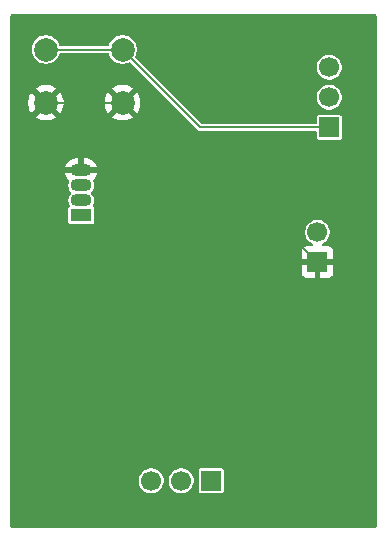
<source format=gbr>
%TF.GenerationSoftware,KiCad,Pcbnew,9.0.7*%
%TF.CreationDate,2026-02-17T16:21:14-05:00*%
%TF.ProjectId,Blind Spot,426c696e-6420-4537-906f-742e6b696361,rev?*%
%TF.SameCoordinates,Original*%
%TF.FileFunction,Copper,L2,Bot*%
%TF.FilePolarity,Positive*%
%FSLAX46Y46*%
G04 Gerber Fmt 4.6, Leading zero omitted, Abs format (unit mm)*
G04 Created by KiCad (PCBNEW 9.0.7) date 2026-02-17 16:21:14*
%MOMM*%
%LPD*%
G01*
G04 APERTURE LIST*
%TA.AperFunction,ComponentPad*%
%ADD10R,1.700000X1.700000*%
%TD*%
%TA.AperFunction,ComponentPad*%
%ADD11C,1.700000*%
%TD*%
%TA.AperFunction,ComponentPad*%
%ADD12R,1.800000X1.070000*%
%TD*%
%TA.AperFunction,ComponentPad*%
%ADD13O,1.800000X1.070000*%
%TD*%
%TA.AperFunction,ComponentPad*%
%ADD14C,2.000000*%
%TD*%
%TA.AperFunction,Conductor*%
%ADD15C,0.200000*%
%TD*%
G04 APERTURE END LIST*
D10*
%TO.P,J2,1,Pin_1*%
%TO.N,GND*%
X156000000Y-91500000D03*
D11*
%TO.P,J2,2,Pin_2*%
%TO.N,+3.3V*%
X156000000Y-88960000D03*
%TD*%
D10*
%TO.P,J4,1,Pin_1*%
%TO.N,Net-(J4-Pin_1)*%
X147000000Y-110000000D03*
D11*
%TO.P,J4,2,Pin_2*%
%TO.N,Net-(J4-Pin_2)*%
X144460000Y-110000000D03*
%TO.P,J4,3,Pin_3*%
%TO.N,Net-(J4-Pin_3)*%
X141920000Y-110000000D03*
%TD*%
D12*
%TO.P,D2,1,RA*%
%TO.N,Net-(D2-RA)*%
X136000000Y-87540000D03*
D13*
%TO.P,D2,2,GA*%
%TO.N,Net-(D2-GA)*%
X136000000Y-86270000D03*
%TO.P,D2,3,BA*%
%TO.N,Net-(D2-BA)*%
X136000000Y-85000000D03*
%TO.P,D2,4,K*%
%TO.N,GND*%
X136000000Y-83730000D03*
%TD*%
D14*
%TO.P,SW1,1,1*%
%TO.N,Net-(J1-Pin_1)*%
X133000000Y-73500000D03*
X139500000Y-73500000D03*
%TO.P,SW1,2,2*%
%TO.N,GND*%
X133000000Y-78000000D03*
X139500000Y-78000000D03*
%TD*%
D10*
%TO.P,J1,1,Pin_1*%
%TO.N,Net-(J1-Pin_1)*%
X157000000Y-80080000D03*
D11*
%TO.P,J1,2*%
%TO.N,N/C*%
X157000000Y-77540000D03*
%TO.P,J1,3*%
X157000000Y-75000000D03*
%TD*%
D15*
%TO.N,GND*%
X139500000Y-78000000D02*
X136000000Y-81500000D01*
X136000000Y-81500000D02*
X136000000Y-83730000D01*
X133000000Y-78000000D02*
X139500000Y-78000000D01*
X136000000Y-83730000D02*
X136000000Y-81000000D01*
X136000000Y-81000000D02*
X133000000Y-78000000D01*
X156000000Y-91500000D02*
X148230000Y-83730000D01*
X148230000Y-83730000D02*
X136000000Y-83730000D01*
%TO.N,Net-(J1-Pin_1)*%
X139500000Y-73500000D02*
X146080000Y-80080000D01*
X146080000Y-80080000D02*
X157000000Y-80080000D01*
X133000000Y-73500000D02*
X139500000Y-73500000D01*
%TD*%
%TA.AperFunction,Conductor*%
%TO.N,GND*%
G36*
X160942539Y-70520185D02*
G01*
X160988294Y-70572989D01*
X160999500Y-70624500D01*
X160999500Y-113875500D01*
X160979815Y-113942539D01*
X160927011Y-113988294D01*
X160875500Y-113999500D01*
X130124500Y-113999500D01*
X130057461Y-113979815D01*
X130011706Y-113927011D01*
X130000500Y-113875500D01*
X130000500Y-109896530D01*
X140869500Y-109896530D01*
X140869500Y-110103469D01*
X140909868Y-110306412D01*
X140909870Y-110306420D01*
X140989058Y-110497596D01*
X141104024Y-110669657D01*
X141250342Y-110815975D01*
X141250345Y-110815977D01*
X141422402Y-110930941D01*
X141613580Y-111010130D01*
X141758052Y-111038867D01*
X141816530Y-111050499D01*
X141816534Y-111050500D01*
X141816535Y-111050500D01*
X142023466Y-111050500D01*
X142023467Y-111050499D01*
X142226420Y-111010130D01*
X142417598Y-110930941D01*
X142589655Y-110815977D01*
X142735977Y-110669655D01*
X142850941Y-110497598D01*
X142930130Y-110306420D01*
X142970500Y-110103465D01*
X142970500Y-109896535D01*
X142970499Y-109896530D01*
X143409500Y-109896530D01*
X143409500Y-110103469D01*
X143449868Y-110306412D01*
X143449870Y-110306420D01*
X143529058Y-110497596D01*
X143644024Y-110669657D01*
X143790342Y-110815975D01*
X143790345Y-110815977D01*
X143962402Y-110930941D01*
X144153580Y-111010130D01*
X144298052Y-111038867D01*
X144356530Y-111050499D01*
X144356534Y-111050500D01*
X144356535Y-111050500D01*
X144563466Y-111050500D01*
X144563467Y-111050499D01*
X144766420Y-111010130D01*
X144957598Y-110930941D01*
X145129655Y-110815977D01*
X145275977Y-110669655D01*
X145390941Y-110497598D01*
X145470130Y-110306420D01*
X145510500Y-110103465D01*
X145510500Y-109896535D01*
X145470130Y-109693580D01*
X145390941Y-109502402D01*
X145275977Y-109330345D01*
X145275975Y-109330342D01*
X145129657Y-109184024D01*
X145049173Y-109130247D01*
X145949500Y-109130247D01*
X145949500Y-110869752D01*
X145961131Y-110928229D01*
X145961132Y-110928230D01*
X146005447Y-110994552D01*
X146071769Y-111038867D01*
X146071770Y-111038868D01*
X146130247Y-111050499D01*
X146130250Y-111050500D01*
X146130252Y-111050500D01*
X147869750Y-111050500D01*
X147869751Y-111050499D01*
X147884568Y-111047552D01*
X147928229Y-111038868D01*
X147928229Y-111038867D01*
X147928231Y-111038867D01*
X147994552Y-110994552D01*
X148038867Y-110928231D01*
X148038867Y-110928229D01*
X148038868Y-110928229D01*
X148050499Y-110869752D01*
X148050500Y-110869750D01*
X148050500Y-109130249D01*
X148050499Y-109130247D01*
X148038868Y-109071770D01*
X148038867Y-109071769D01*
X147994552Y-109005447D01*
X147928230Y-108961132D01*
X147928229Y-108961131D01*
X147869752Y-108949500D01*
X147869748Y-108949500D01*
X146130252Y-108949500D01*
X146130247Y-108949500D01*
X146071770Y-108961131D01*
X146071769Y-108961132D01*
X146005447Y-109005447D01*
X145961132Y-109071769D01*
X145961131Y-109071770D01*
X145949500Y-109130247D01*
X145049173Y-109130247D01*
X144961655Y-109071770D01*
X144957598Y-109069059D01*
X144766420Y-108989870D01*
X144766412Y-108989868D01*
X144563469Y-108949500D01*
X144563465Y-108949500D01*
X144356535Y-108949500D01*
X144356530Y-108949500D01*
X144153587Y-108989868D01*
X144153579Y-108989870D01*
X143962403Y-109069058D01*
X143790342Y-109184024D01*
X143644024Y-109330342D01*
X143529058Y-109502403D01*
X143449870Y-109693579D01*
X143449868Y-109693587D01*
X143409500Y-109896530D01*
X142970499Y-109896530D01*
X142930130Y-109693580D01*
X142850941Y-109502402D01*
X142735977Y-109330345D01*
X142735975Y-109330342D01*
X142589657Y-109184024D01*
X142421655Y-109071770D01*
X142417598Y-109069059D01*
X142226420Y-108989870D01*
X142226412Y-108989868D01*
X142023469Y-108949500D01*
X142023465Y-108949500D01*
X141816535Y-108949500D01*
X141816530Y-108949500D01*
X141613587Y-108989868D01*
X141613579Y-108989870D01*
X141422403Y-109069058D01*
X141250342Y-109184024D01*
X141104024Y-109330342D01*
X140989058Y-109502403D01*
X140909870Y-109693579D01*
X140909868Y-109693587D01*
X140869500Y-109896530D01*
X130000500Y-109896530D01*
X130000500Y-90602155D01*
X154650000Y-90602155D01*
X154650000Y-91250000D01*
X155566988Y-91250000D01*
X155534075Y-91307007D01*
X155500000Y-91434174D01*
X155500000Y-91565826D01*
X155534075Y-91692993D01*
X155566988Y-91750000D01*
X154650000Y-91750000D01*
X154650000Y-92397844D01*
X154656401Y-92457372D01*
X154656403Y-92457379D01*
X154706645Y-92592086D01*
X154706649Y-92592093D01*
X154792809Y-92707187D01*
X154792812Y-92707190D01*
X154907906Y-92793350D01*
X154907913Y-92793354D01*
X155042620Y-92843596D01*
X155042627Y-92843598D01*
X155102155Y-92849999D01*
X155102172Y-92850000D01*
X155750000Y-92850000D01*
X155750000Y-91933012D01*
X155807007Y-91965925D01*
X155934174Y-92000000D01*
X156065826Y-92000000D01*
X156192993Y-91965925D01*
X156250000Y-91933012D01*
X156250000Y-92850000D01*
X156897828Y-92850000D01*
X156897844Y-92849999D01*
X156957372Y-92843598D01*
X156957379Y-92843596D01*
X157092086Y-92793354D01*
X157092093Y-92793350D01*
X157207187Y-92707190D01*
X157207190Y-92707187D01*
X157293350Y-92592093D01*
X157293354Y-92592086D01*
X157343596Y-92457379D01*
X157343598Y-92457372D01*
X157349999Y-92397844D01*
X157350000Y-92397827D01*
X157350000Y-91750000D01*
X156433012Y-91750000D01*
X156465925Y-91692993D01*
X156500000Y-91565826D01*
X156500000Y-91434174D01*
X156465925Y-91307007D01*
X156433012Y-91250000D01*
X157350000Y-91250000D01*
X157350000Y-90602172D01*
X157349999Y-90602155D01*
X157343598Y-90542627D01*
X157343596Y-90542620D01*
X157293354Y-90407913D01*
X157293350Y-90407906D01*
X157207190Y-90292812D01*
X157207187Y-90292809D01*
X157092093Y-90206649D01*
X157092086Y-90206645D01*
X156957379Y-90156403D01*
X156957372Y-90156401D01*
X156897844Y-90150000D01*
X156495565Y-90150000D01*
X156428526Y-90130315D01*
X156382771Y-90077511D01*
X156372827Y-90008353D01*
X156401852Y-89944797D01*
X156448112Y-89911439D01*
X156453608Y-89909162D01*
X156497598Y-89890941D01*
X156669655Y-89775977D01*
X156815977Y-89629655D01*
X156930941Y-89457598D01*
X157010130Y-89266420D01*
X157050500Y-89063465D01*
X157050500Y-88856535D01*
X157010130Y-88653580D01*
X156930941Y-88462402D01*
X156815977Y-88290345D01*
X156815975Y-88290342D01*
X156669657Y-88144024D01*
X156583626Y-88086541D01*
X156497598Y-88029059D01*
X156306420Y-87949870D01*
X156306412Y-87949868D01*
X156103469Y-87909500D01*
X156103465Y-87909500D01*
X155896535Y-87909500D01*
X155896530Y-87909500D01*
X155693587Y-87949868D01*
X155693579Y-87949870D01*
X155502403Y-88029058D01*
X155330342Y-88144024D01*
X155184024Y-88290342D01*
X155069058Y-88462403D01*
X154989870Y-88653579D01*
X154989868Y-88653587D01*
X154949500Y-88856530D01*
X154949500Y-89063469D01*
X154989868Y-89266412D01*
X154989870Y-89266420D01*
X155069058Y-89457596D01*
X155184024Y-89629657D01*
X155330342Y-89775975D01*
X155330345Y-89775977D01*
X155502402Y-89890941D01*
X155541993Y-89907340D01*
X155551888Y-89911439D01*
X155606291Y-89955280D01*
X155628356Y-90021574D01*
X155611077Y-90089274D01*
X155559939Y-90136884D01*
X155504435Y-90150000D01*
X155102155Y-90150000D01*
X155042627Y-90156401D01*
X155042620Y-90156403D01*
X154907913Y-90206645D01*
X154907906Y-90206649D01*
X154792812Y-90292809D01*
X154792809Y-90292812D01*
X154706649Y-90407906D01*
X154706645Y-90407913D01*
X154656403Y-90542620D01*
X154656401Y-90542627D01*
X154650000Y-90602155D01*
X130000500Y-90602155D01*
X130000500Y-83479999D01*
X134629450Y-83479999D01*
X134629450Y-83480000D01*
X135624722Y-83480000D01*
X135580667Y-83556306D01*
X135550000Y-83670756D01*
X135550000Y-83789244D01*
X135580667Y-83903694D01*
X135624722Y-83980000D01*
X134629450Y-83980000D01*
X134639772Y-84031890D01*
X134639774Y-84031898D01*
X134717793Y-84220252D01*
X134717798Y-84220262D01*
X134831062Y-84389773D01*
X134831065Y-84389777D01*
X134956748Y-84515460D01*
X134990233Y-84576783D01*
X134985249Y-84646475D01*
X134983628Y-84650593D01*
X134927766Y-84785457D01*
X134927763Y-84785469D01*
X134899500Y-84927555D01*
X134899500Y-85072444D01*
X134927763Y-85214530D01*
X134927766Y-85214542D01*
X134983204Y-85348383D01*
X134983211Y-85348396D01*
X135063699Y-85468853D01*
X135063702Y-85468857D01*
X135142164Y-85547319D01*
X135175649Y-85608642D01*
X135170665Y-85678334D01*
X135142164Y-85722681D01*
X135063702Y-85801142D01*
X135063699Y-85801146D01*
X134983211Y-85921603D01*
X134983204Y-85921616D01*
X134927766Y-86055457D01*
X134927763Y-86055469D01*
X134899500Y-86197555D01*
X134899500Y-86342444D01*
X134927763Y-86484530D01*
X134927766Y-86484542D01*
X134983204Y-86618383D01*
X134983211Y-86618396D01*
X135017564Y-86669808D01*
X135038442Y-86736485D01*
X135019958Y-86803866D01*
X134983355Y-86841800D01*
X134955447Y-86860447D01*
X134911132Y-86926769D01*
X134911131Y-86926770D01*
X134899500Y-86985247D01*
X134899500Y-88094752D01*
X134911131Y-88153229D01*
X134911132Y-88153230D01*
X134955447Y-88219552D01*
X135021769Y-88263867D01*
X135021770Y-88263868D01*
X135080247Y-88275499D01*
X135080250Y-88275500D01*
X135080252Y-88275500D01*
X136919750Y-88275500D01*
X136919751Y-88275499D01*
X136934568Y-88272552D01*
X136978229Y-88263868D01*
X136978229Y-88263867D01*
X136978231Y-88263867D01*
X137044552Y-88219552D01*
X137088867Y-88153231D01*
X137088867Y-88153229D01*
X137088868Y-88153229D01*
X137100499Y-88094752D01*
X137100500Y-88094750D01*
X137100500Y-86985249D01*
X137100499Y-86985247D01*
X137088868Y-86926770D01*
X137088867Y-86926769D01*
X137044553Y-86860448D01*
X137016645Y-86841801D01*
X136971841Y-86788188D01*
X136963134Y-86718863D01*
X136982436Y-86669807D01*
X137016787Y-86618397D01*
X137016788Y-86618396D01*
X137016792Y-86618390D01*
X137072235Y-86484538D01*
X137100500Y-86342440D01*
X137100500Y-86197560D01*
X137072235Y-86055462D01*
X137072233Y-86055457D01*
X137016795Y-85921616D01*
X137016788Y-85921603D01*
X136936300Y-85801146D01*
X136936297Y-85801142D01*
X136857836Y-85722681D01*
X136824351Y-85661358D01*
X136829335Y-85591666D01*
X136857836Y-85547319D01*
X136936297Y-85468857D01*
X136936300Y-85468854D01*
X137016792Y-85348390D01*
X137072235Y-85214538D01*
X137100500Y-85072440D01*
X137100500Y-84927560D01*
X137072235Y-84785462D01*
X137016792Y-84651610D01*
X137016791Y-84651609D01*
X137016371Y-84650594D01*
X137008902Y-84581124D01*
X137040177Y-84518645D01*
X137043251Y-84515459D01*
X137168938Y-84389772D01*
X137282201Y-84220262D01*
X137282206Y-84220252D01*
X137360225Y-84031898D01*
X137360227Y-84031890D01*
X137370549Y-83980000D01*
X136375278Y-83980000D01*
X136419333Y-83903694D01*
X136450000Y-83789244D01*
X136450000Y-83670756D01*
X136419333Y-83556306D01*
X136375278Y-83480000D01*
X137370550Y-83480000D01*
X137370549Y-83479999D01*
X137360227Y-83428109D01*
X137360225Y-83428101D01*
X137282206Y-83239747D01*
X137282201Y-83239737D01*
X137168937Y-83070226D01*
X137168934Y-83070222D01*
X137024777Y-82926065D01*
X137024773Y-82926062D01*
X136855262Y-82812798D01*
X136855252Y-82812793D01*
X136666898Y-82734774D01*
X136666890Y-82734772D01*
X136466943Y-82695000D01*
X136250000Y-82695000D01*
X136250000Y-83354722D01*
X136173694Y-83310667D01*
X136059244Y-83280000D01*
X135940756Y-83280000D01*
X135826306Y-83310667D01*
X135750000Y-83354722D01*
X135750000Y-82695000D01*
X135533056Y-82695000D01*
X135333109Y-82734772D01*
X135333101Y-82734774D01*
X135144747Y-82812793D01*
X135144737Y-82812798D01*
X134975226Y-82926062D01*
X134975222Y-82926065D01*
X134831065Y-83070222D01*
X134831062Y-83070226D01*
X134717798Y-83239737D01*
X134717793Y-83239747D01*
X134639774Y-83428101D01*
X134639772Y-83428109D01*
X134629450Y-83479999D01*
X130000500Y-83479999D01*
X130000500Y-77881947D01*
X131500000Y-77881947D01*
X131500000Y-78118052D01*
X131536934Y-78351247D01*
X131609897Y-78575802D01*
X131717087Y-78786174D01*
X131777338Y-78869104D01*
X131777340Y-78869105D01*
X132476212Y-78170233D01*
X132487482Y-78212292D01*
X132559890Y-78337708D01*
X132662292Y-78440110D01*
X132787708Y-78512518D01*
X132829765Y-78523787D01*
X132130893Y-79222658D01*
X132213828Y-79282914D01*
X132424197Y-79390102D01*
X132648752Y-79463065D01*
X132648751Y-79463065D01*
X132881948Y-79500000D01*
X133118052Y-79500000D01*
X133351247Y-79463065D01*
X133575802Y-79390102D01*
X133786163Y-79282918D01*
X133786169Y-79282914D01*
X133869104Y-79222658D01*
X133869105Y-79222658D01*
X133170233Y-78523787D01*
X133212292Y-78512518D01*
X133337708Y-78440110D01*
X133440110Y-78337708D01*
X133512518Y-78212292D01*
X133523787Y-78170233D01*
X134222658Y-78869105D01*
X134222658Y-78869104D01*
X134282914Y-78786169D01*
X134282918Y-78786163D01*
X134390102Y-78575802D01*
X134463065Y-78351247D01*
X134500000Y-78118052D01*
X134500000Y-77881947D01*
X138000000Y-77881947D01*
X138000000Y-78118052D01*
X138036934Y-78351247D01*
X138109897Y-78575802D01*
X138217087Y-78786174D01*
X138277338Y-78869104D01*
X138277340Y-78869105D01*
X138976212Y-78170233D01*
X138987482Y-78212292D01*
X139059890Y-78337708D01*
X139162292Y-78440110D01*
X139287708Y-78512518D01*
X139329765Y-78523787D01*
X138630893Y-79222658D01*
X138713828Y-79282914D01*
X138924197Y-79390102D01*
X139148752Y-79463065D01*
X139148751Y-79463065D01*
X139381948Y-79500000D01*
X139618052Y-79500000D01*
X139851247Y-79463065D01*
X140075802Y-79390102D01*
X140286163Y-79282918D01*
X140286169Y-79282914D01*
X140369104Y-79222658D01*
X140369105Y-79222658D01*
X139670233Y-78523787D01*
X139712292Y-78512518D01*
X139837708Y-78440110D01*
X139940110Y-78337708D01*
X140012518Y-78212292D01*
X140023787Y-78170234D01*
X140722658Y-78869105D01*
X140722658Y-78869104D01*
X140782914Y-78786169D01*
X140782918Y-78786163D01*
X140890102Y-78575802D01*
X140963065Y-78351247D01*
X141000000Y-78118052D01*
X141000000Y-77881947D01*
X140963065Y-77648752D01*
X140890102Y-77424197D01*
X140782914Y-77213828D01*
X140722658Y-77130894D01*
X140722658Y-77130893D01*
X140023787Y-77829765D01*
X140012518Y-77787708D01*
X139940110Y-77662292D01*
X139837708Y-77559890D01*
X139712292Y-77487482D01*
X139670234Y-77476212D01*
X140369105Y-76777340D01*
X140369104Y-76777338D01*
X140286174Y-76717087D01*
X140075802Y-76609897D01*
X139851247Y-76536934D01*
X139851248Y-76536934D01*
X139618052Y-76500000D01*
X139381948Y-76500000D01*
X139148752Y-76536934D01*
X138924197Y-76609897D01*
X138713830Y-76717084D01*
X138630894Y-76777340D01*
X139329766Y-77476212D01*
X139287708Y-77487482D01*
X139162292Y-77559890D01*
X139059890Y-77662292D01*
X138987482Y-77787708D01*
X138976212Y-77829766D01*
X138277340Y-77130894D01*
X138217084Y-77213830D01*
X138109897Y-77424197D01*
X138036934Y-77648752D01*
X138000000Y-77881947D01*
X134500000Y-77881947D01*
X134463065Y-77648752D01*
X134390102Y-77424197D01*
X134282914Y-77213828D01*
X134222658Y-77130894D01*
X134222658Y-77130893D01*
X133523787Y-77829765D01*
X133512518Y-77787708D01*
X133440110Y-77662292D01*
X133337708Y-77559890D01*
X133212292Y-77487482D01*
X133170234Y-77476212D01*
X133869105Y-76777340D01*
X133869104Y-76777339D01*
X133786174Y-76717087D01*
X133575802Y-76609897D01*
X133351247Y-76536934D01*
X133351248Y-76536934D01*
X133118052Y-76500000D01*
X132881948Y-76500000D01*
X132648752Y-76536934D01*
X132424197Y-76609897D01*
X132213830Y-76717084D01*
X132130894Y-76777340D01*
X132829766Y-77476212D01*
X132787708Y-77487482D01*
X132662292Y-77559890D01*
X132559890Y-77662292D01*
X132487482Y-77787708D01*
X132476212Y-77829766D01*
X131777340Y-77130894D01*
X131717084Y-77213830D01*
X131609897Y-77424197D01*
X131536934Y-77648752D01*
X131500000Y-77881947D01*
X130000500Y-77881947D01*
X130000500Y-73405513D01*
X131799500Y-73405513D01*
X131799500Y-73594486D01*
X131829059Y-73781118D01*
X131887454Y-73960836D01*
X131965201Y-74113421D01*
X131973240Y-74129199D01*
X132084310Y-74282073D01*
X132217927Y-74415690D01*
X132370801Y-74526760D01*
X132443918Y-74564015D01*
X132539163Y-74612545D01*
X132539165Y-74612545D01*
X132539168Y-74612547D01*
X132635497Y-74643846D01*
X132718881Y-74670940D01*
X132905514Y-74700500D01*
X132905519Y-74700500D01*
X133094486Y-74700500D01*
X133281118Y-74670940D01*
X133460832Y-74612547D01*
X133629199Y-74526760D01*
X133782073Y-74415690D01*
X133915690Y-74282073D01*
X134026760Y-74129199D01*
X134112547Y-73960832D01*
X134116229Y-73949500D01*
X134136803Y-73886182D01*
X134176241Y-73828506D01*
X134240599Y-73801308D01*
X134254734Y-73800500D01*
X138245266Y-73800500D01*
X138312305Y-73820185D01*
X138358060Y-73872989D01*
X138363197Y-73886182D01*
X138387451Y-73960829D01*
X138429691Y-74043729D01*
X138473240Y-74129199D01*
X138584310Y-74282073D01*
X138717927Y-74415690D01*
X138870801Y-74526760D01*
X138943918Y-74564015D01*
X139039163Y-74612545D01*
X139039165Y-74612545D01*
X139039168Y-74612547D01*
X139135497Y-74643846D01*
X139218881Y-74670940D01*
X139405514Y-74700500D01*
X139405519Y-74700500D01*
X139594486Y-74700500D01*
X139781118Y-74670940D01*
X139960832Y-74612547D01*
X140030769Y-74576911D01*
X140099436Y-74564015D01*
X140164177Y-74590291D01*
X140174744Y-74599715D01*
X145839540Y-80264511D01*
X145895489Y-80320460D01*
X145895491Y-80320461D01*
X145895495Y-80320464D01*
X145964004Y-80360017D01*
X145964011Y-80360021D01*
X146040438Y-80380500D01*
X155825500Y-80380500D01*
X155892539Y-80400185D01*
X155938294Y-80452989D01*
X155949500Y-80504500D01*
X155949500Y-80949752D01*
X155961131Y-81008229D01*
X155961132Y-81008230D01*
X156005447Y-81074552D01*
X156071769Y-81118867D01*
X156071770Y-81118868D01*
X156130247Y-81130499D01*
X156130250Y-81130500D01*
X156130252Y-81130500D01*
X157869750Y-81130500D01*
X157869751Y-81130499D01*
X157884568Y-81127552D01*
X157928229Y-81118868D01*
X157928229Y-81118867D01*
X157928231Y-81118867D01*
X157994552Y-81074552D01*
X158038867Y-81008231D01*
X158038867Y-81008229D01*
X158038868Y-81008229D01*
X158050499Y-80949752D01*
X158050500Y-80949750D01*
X158050500Y-79210249D01*
X158050499Y-79210247D01*
X158038868Y-79151770D01*
X158038867Y-79151769D01*
X157994552Y-79085447D01*
X157928230Y-79041132D01*
X157928229Y-79041131D01*
X157869752Y-79029500D01*
X157869748Y-79029500D01*
X156130252Y-79029500D01*
X156130247Y-79029500D01*
X156071770Y-79041131D01*
X156071769Y-79041132D01*
X156005447Y-79085447D01*
X155961132Y-79151769D01*
X155961131Y-79151770D01*
X155949500Y-79210247D01*
X155949500Y-79655500D01*
X155929815Y-79722539D01*
X155877011Y-79768294D01*
X155825500Y-79779500D01*
X146255833Y-79779500D01*
X146188794Y-79759815D01*
X146168152Y-79743181D01*
X143861501Y-77436530D01*
X155949500Y-77436530D01*
X155949500Y-77643469D01*
X155989868Y-77846412D01*
X155989870Y-77846420D01*
X156069058Y-78037596D01*
X156184024Y-78209657D01*
X156330342Y-78355975D01*
X156330345Y-78355977D01*
X156502402Y-78470941D01*
X156693580Y-78550130D01*
X156822643Y-78575802D01*
X156896530Y-78590499D01*
X156896534Y-78590500D01*
X156896535Y-78590500D01*
X157103466Y-78590500D01*
X157103467Y-78590499D01*
X157306420Y-78550130D01*
X157497598Y-78470941D01*
X157669655Y-78355977D01*
X157815977Y-78209655D01*
X157930941Y-78037598D01*
X158010130Y-77846420D01*
X158050500Y-77643465D01*
X158050500Y-77436535D01*
X158010130Y-77233580D01*
X157930941Y-77042402D01*
X157815977Y-76870345D01*
X157815975Y-76870342D01*
X157669657Y-76724024D01*
X157498852Y-76609897D01*
X157497598Y-76609059D01*
X157306420Y-76529870D01*
X157306412Y-76529868D01*
X157103469Y-76489500D01*
X157103465Y-76489500D01*
X156896535Y-76489500D01*
X156896530Y-76489500D01*
X156693587Y-76529868D01*
X156693579Y-76529870D01*
X156502403Y-76609058D01*
X156330342Y-76724024D01*
X156184024Y-76870342D01*
X156069058Y-77042403D01*
X155989870Y-77233579D01*
X155989868Y-77233587D01*
X155949500Y-77436530D01*
X143861501Y-77436530D01*
X141321501Y-74896530D01*
X155949500Y-74896530D01*
X155949500Y-75103469D01*
X155989868Y-75306412D01*
X155989870Y-75306420D01*
X156069058Y-75497596D01*
X156184024Y-75669657D01*
X156330342Y-75815975D01*
X156330345Y-75815977D01*
X156502402Y-75930941D01*
X156693580Y-76010130D01*
X156896530Y-76050499D01*
X156896534Y-76050500D01*
X156896535Y-76050500D01*
X157103466Y-76050500D01*
X157103467Y-76050499D01*
X157306420Y-76010130D01*
X157497598Y-75930941D01*
X157669655Y-75815977D01*
X157815977Y-75669655D01*
X157930941Y-75497598D01*
X158010130Y-75306420D01*
X158050500Y-75103465D01*
X158050500Y-74896535D01*
X158010130Y-74693580D01*
X157930941Y-74502402D01*
X157815977Y-74330345D01*
X157815975Y-74330342D01*
X157669657Y-74184024D01*
X157560427Y-74111040D01*
X157497598Y-74069059D01*
X157436446Y-74043729D01*
X157306420Y-73989870D01*
X157306412Y-73989868D01*
X157103469Y-73949500D01*
X157103465Y-73949500D01*
X156896535Y-73949500D01*
X156896530Y-73949500D01*
X156693587Y-73989868D01*
X156693579Y-73989870D01*
X156502403Y-74069058D01*
X156330342Y-74184024D01*
X156184024Y-74330342D01*
X156069058Y-74502403D01*
X155989870Y-74693579D01*
X155989868Y-74693587D01*
X155949500Y-74896530D01*
X141321501Y-74896530D01*
X140599715Y-74174744D01*
X140566230Y-74113421D01*
X140571214Y-74043729D01*
X140576907Y-74030778D01*
X140612547Y-73960832D01*
X140670940Y-73781118D01*
X140700500Y-73594486D01*
X140700500Y-73405513D01*
X140670940Y-73218881D01*
X140636802Y-73113818D01*
X140612547Y-73039168D01*
X140612545Y-73039165D01*
X140612545Y-73039163D01*
X140526759Y-72870800D01*
X140415690Y-72717927D01*
X140282073Y-72584310D01*
X140129199Y-72473240D01*
X139960836Y-72387454D01*
X139781118Y-72329059D01*
X139594486Y-72299500D01*
X139594481Y-72299500D01*
X139405519Y-72299500D01*
X139405514Y-72299500D01*
X139218881Y-72329059D01*
X139039163Y-72387454D01*
X138870800Y-72473240D01*
X138783579Y-72536610D01*
X138717927Y-72584310D01*
X138717925Y-72584312D01*
X138717924Y-72584312D01*
X138584312Y-72717924D01*
X138584312Y-72717925D01*
X138584310Y-72717927D01*
X138536610Y-72783579D01*
X138473240Y-72870800D01*
X138387451Y-73039170D01*
X138363197Y-73113818D01*
X138323759Y-73171494D01*
X138259401Y-73198692D01*
X138245266Y-73199500D01*
X134254734Y-73199500D01*
X134187695Y-73179815D01*
X134141940Y-73127011D01*
X134136803Y-73113818D01*
X134112548Y-73039170D01*
X134026759Y-72870800D01*
X133915690Y-72717927D01*
X133782073Y-72584310D01*
X133629199Y-72473240D01*
X133460836Y-72387454D01*
X133281118Y-72329059D01*
X133094486Y-72299500D01*
X133094481Y-72299500D01*
X132905519Y-72299500D01*
X132905514Y-72299500D01*
X132718881Y-72329059D01*
X132539163Y-72387454D01*
X132370800Y-72473240D01*
X132283579Y-72536610D01*
X132217927Y-72584310D01*
X132217925Y-72584312D01*
X132217924Y-72584312D01*
X132084312Y-72717924D01*
X132084312Y-72717925D01*
X132084310Y-72717927D01*
X132036610Y-72783579D01*
X131973240Y-72870800D01*
X131887454Y-73039163D01*
X131829059Y-73218881D01*
X131799500Y-73405513D01*
X130000500Y-73405513D01*
X130000500Y-70624500D01*
X130020185Y-70557461D01*
X130072989Y-70511706D01*
X130124500Y-70500500D01*
X160875500Y-70500500D01*
X160942539Y-70520185D01*
G37*
%TD.AperFunction*%
%TD*%
M02*

</source>
